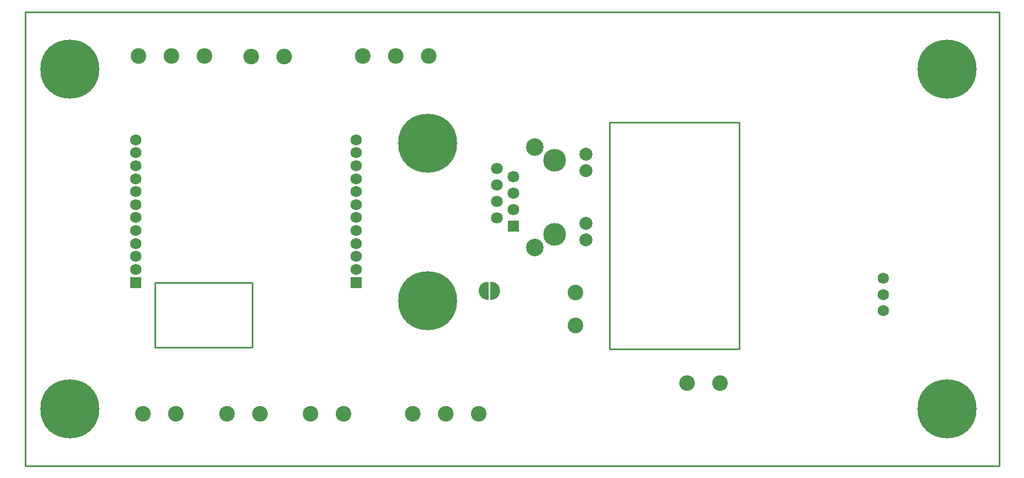
<source format=gbs>
G04*
G04 #@! TF.GenerationSoftware,Altium Limited,Altium Designer,19.0.4 (130)*
G04*
G04 Layer_Color=16711935*
%FSTAX44Y44*%
%MOMM*%
G71*
G01*
G75*
%ADD10C,0.2540*%
%ADD37C,1.7272*%
%ADD38R,1.7272X1.7272*%
%ADD39C,2.4032*%
%ADD40C,9.0932*%
%ADD41C,1.0922*%
%ADD42C,2.7032*%
%ADD43C,2.0032*%
%ADD44C,1.8032*%
%ADD45R,1.8032X1.8032*%
%ADD46C,3.5032*%
%ADD63C,1.2032*%
G36*
X0071246Y002827D02*
Y002573D01*
X0070738Y0025857D01*
X0070103Y0026492D01*
X0069976Y0027254D01*
X007023Y0027762D01*
X0070484Y0028016D01*
X0070992Y002827D01*
X0071246D01*
D02*
G37*
G36*
X0071754D02*
Y002573D01*
X0072262Y0025857D01*
X0072897Y0026492D01*
X0073024Y0027254D01*
X007277Y0027762D01*
X0072516Y0028016D01*
X0072008Y002827D01*
X0071754D01*
D02*
G37*
D10*
X0071246D02*
G03*
X0071246Y002573I0J-000127D01*
G01*
X0071754D02*
G03*
X0071754Y002827I0J000127D01*
G01*
X0071246Y002573D02*
Y002827D01*
X0071754Y002573D02*
Y002827D01*
X0035Y00182934D02*
Y00282934D01*
X002D02*
X0035D01*
X002Y00182934D02*
Y00282934D01*
Y00182934D02*
X0035D01*
X009Y0018D02*
Y0053D01*
X011D01*
X009Y0018D02*
X011D01*
X011D02*
Y0053D01*
X002Y00182939D02*
Y00282939D01*
Y00182939D02*
X0035D01*
Y00282944D01*
X003D02*
X0035D01*
X002D02*
X0035D01*
X0Y0D02*
Y007D01*
X015D01*
Y0D02*
Y007D01*
X0Y0D02*
X015D01*
D37*
X0051Y00502948D02*
D03*
Y00482933D02*
D03*
Y00462943D02*
D03*
Y00442954D02*
D03*
X0051Y00422938D02*
D03*
Y00402949D02*
D03*
X0051Y00382933D02*
D03*
Y00362944D02*
D03*
Y00342954D02*
D03*
Y00322939D02*
D03*
Y00302949D02*
D03*
X0017D02*
D03*
Y00322939D02*
D03*
Y00342954D02*
D03*
Y00362944D02*
D03*
Y00382933D02*
D03*
Y00402949D02*
D03*
Y00422938D02*
D03*
Y00442954D02*
D03*
Y00462943D02*
D03*
Y00482933D02*
D03*
Y00502948D02*
D03*
X01322Y00264D02*
D03*
Y00239D02*
D03*
Y00289D02*
D03*
D38*
X0051Y00282934D02*
D03*
X0017D02*
D03*
D39*
X010192Y00128D02*
D03*
X0107D02*
D03*
X006216Y00632D02*
D03*
X005708D02*
D03*
X0052D02*
D03*
X00348302Y006312D02*
D03*
X00399101Y006312D02*
D03*
X002758Y00632D02*
D03*
X00225D02*
D03*
X001742D02*
D03*
X0084789Y00216641D02*
D03*
Y00267441D02*
D03*
X006988Y000806D02*
D03*
X00648D02*
D03*
X005972D02*
D03*
X00181641Y000798D02*
D03*
X00232441D02*
D03*
X00310641D02*
D03*
X00361441D02*
D03*
X00439641Y000798D02*
D03*
X00490441Y000798D02*
D03*
D40*
X0142Y00087836D02*
D03*
Y00611836D02*
D03*
X0062Y00255D02*
D03*
Y00497954D02*
D03*
X00069012Y00087836D02*
D03*
Y00611836D02*
D03*
D41*
X01404506Y00114672D02*
D03*
X01435494D02*
D03*
X01450988Y00087836D02*
D03*
X01435494Y00060999D02*
D03*
X01404506D02*
D03*
X01389012Y00087836D02*
D03*
X01404506Y00638673D02*
D03*
X01435494D02*
D03*
X01450988Y00611836D02*
D03*
X01435494Y00585D02*
D03*
X01404506D02*
D03*
X01389012Y00611836D02*
D03*
X00604506Y00281836D02*
D03*
X00635494D02*
D03*
X00650988Y00255D02*
D03*
X00635494Y00228164D02*
D03*
X00604506D02*
D03*
X00589012Y00255D02*
D03*
X00604506Y0052479D02*
D03*
X00635494D02*
D03*
X00650988Y00497954D02*
D03*
X00635494Y00471117D02*
D03*
X00604506D02*
D03*
X00589012Y00497954D02*
D03*
X00053518Y00114672D02*
D03*
X00084506D02*
D03*
X001Y00087836D02*
D03*
X00084506Y00060999D02*
D03*
X00053518D02*
D03*
X00038024Y00087836D02*
D03*
X00053518Y00638673D02*
D03*
X00084506D02*
D03*
X001Y00611836D02*
D03*
X00084506Y00585D02*
D03*
X00053518D02*
D03*
X00038024Y00611836D02*
D03*
D42*
X007846Y00491942D02*
D03*
Y00337042D02*
D03*
D43*
X008641Y00480743D02*
D03*
Y00455343D02*
D03*
Y00373641D02*
D03*
Y00348241D02*
D03*
D44*
X007262Y00458942D02*
D03*
X007516Y00446242D02*
D03*
X007262Y00433542D02*
D03*
X007516Y00420842D02*
D03*
X007262Y00408142D02*
D03*
X007516Y00395442D02*
D03*
X007262Y00382742D02*
D03*
D45*
X007516Y00370042D02*
D03*
D46*
X008151Y00471642D02*
D03*
Y00357342D02*
D03*
D63*
X0070611Y0027D02*
D03*
X0072389D02*
D03*
M02*

</source>
